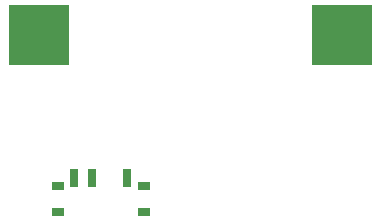
<source format=gbr>
%TF.GenerationSoftware,KiCad,Pcbnew,7.0.5-4d25ed1034~172~ubuntu22.04.1*%
%TF.CreationDate,2023-06-16T00:18:41+02:00*%
%TF.ProjectId,guitarra,67756974-6172-4726-912e-6b696361645f,rev?*%
%TF.SameCoordinates,Original*%
%TF.FileFunction,Paste,Bot*%
%TF.FilePolarity,Positive*%
%FSLAX46Y46*%
G04 Gerber Fmt 4.6, Leading zero omitted, Abs format (unit mm)*
G04 Created by KiCad (PCBNEW 7.0.5-4d25ed1034~172~ubuntu22.04.1) date 2023-06-16 00:18:41*
%MOMM*%
%LPD*%
G01*
G04 APERTURE LIST*
%ADD10R,1.000000X0.800000*%
%ADD11R,0.700000X1.500000*%
%ADD12R,5.100000X5.100000*%
G04 APERTURE END LIST*
D10*
%TO.C,SW1*%
X104900000Y-70330000D03*
X104900000Y-68120000D03*
X97600000Y-70330000D03*
X97600000Y-68120000D03*
D11*
X99000000Y-67470000D03*
X100500000Y-67470000D03*
X103500000Y-67470000D03*
%TD*%
D12*
%TO.C,BT1*%
X96040000Y-55340000D03*
X121640000Y-55340000D03*
%TD*%
M02*

</source>
